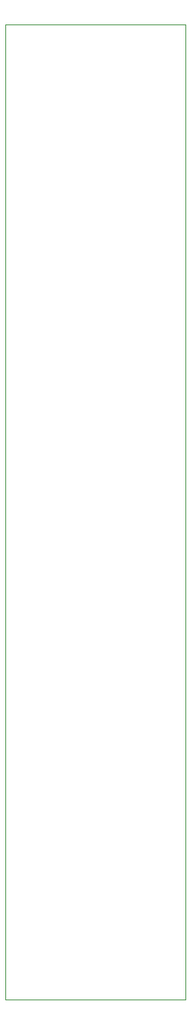
<source format=gbr>
%TF.GenerationSoftware,KiCad,Pcbnew,6.0.11+dfsg-1~bpo11+1*%
%TF.CreationDate,2023-06-07T14:09:25+08:00*%
%TF.ProjectId,MiniSNH v1.0 - Main,4d696e69-534e-4482-9076-312e30202d20,rev?*%
%TF.SameCoordinates,Original*%
%TF.FileFunction,Profile,NP*%
%FSLAX46Y46*%
G04 Gerber Fmt 4.6, Leading zero omitted, Abs format (unit mm)*
G04 Created by KiCad (PCBNEW 6.0.11+dfsg-1~bpo11+1) date 2023-06-07 14:09:25*
%MOMM*%
%LPD*%
G01*
G04 APERTURE LIST*
%TA.AperFunction,Profile*%
%ADD10C,0.100000*%
%TD*%
G04 APERTURE END LIST*
D10*
X155000000Y-62100000D02*
X155000000Y-170000000D01*
X155000000Y-170000000D02*
X135000000Y-170000000D01*
X135000000Y-170000000D02*
X135000000Y-62100000D01*
X135000000Y-62100000D02*
X155000000Y-62100000D01*
M02*

</source>
